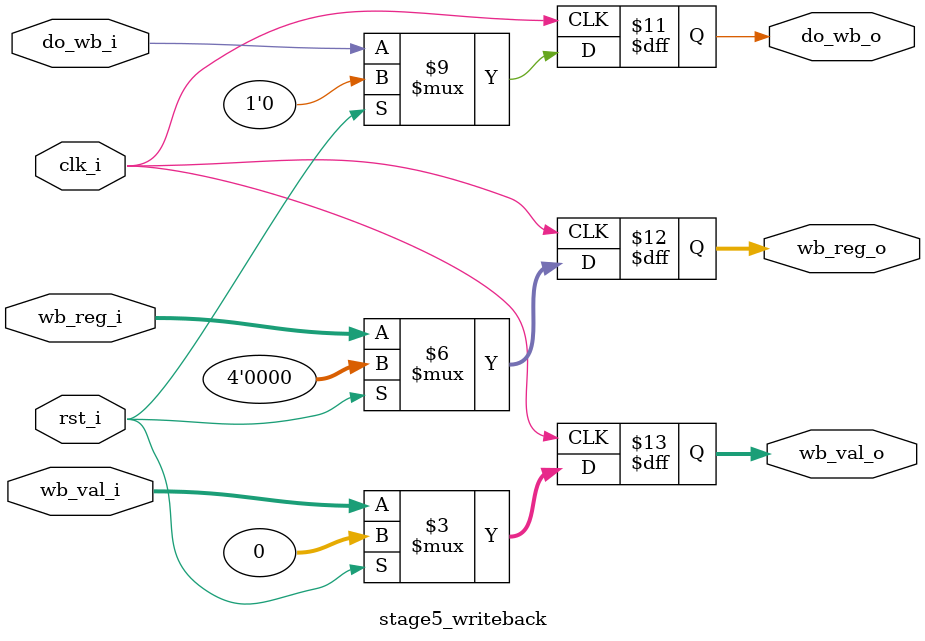
<source format=v>
/*
 * Copyright (c) 2013 Travis Geiselbrecht
 *
 * Permission is hereby granted, free of charge, to any person obtaining
 * a copy of this software and associated documentation files
 * (the "Software"), to deal in the Software without restriction,
 * including without limitation the rights to use, copy, modify, merge,
 * publish, distribute, sublicense, and/or sell copies of the Software,
 * and to permit persons to whom the Software is furnished to do so,
 * subject to the following conditions:
 *
 * The above copyright notice and this permission notice shall be
 * included in all copies or substantial portions of the Software.
 *
 * THE SOFTWARE IS PROVIDED "AS IS", WITHOUT WARRANTY OF ANY KIND,
 * EXPRESS OR IMPLIED, INCLUDING BUT NOT LIMITED TO THE WARRANTIES OF
 * MERCHANTABILITY, FITNESS FOR A PARTICULAR PURPOSE AND NONINFRINGEMENT.
 * IN NO EVENT SHALL THE AUTHORS OR COPYRIGHT HOLDERS BE LIABLE FOR ANY
 * CLAIM, DAMAGES OR OTHER LIABILITY, WHETHER IN AN ACTION OF CONTRACT,
 * TORT OR OTHERWISE, ARISING FROM, OUT OF OR IN CONNECTION WITH THE
 * SOFTWARE OR THE USE OR OTHER DEALINGS IN THE SOFTWARE.
 */
`include "defines.v"

module  stage5_writeback(
    /* cpu global */
    input clk_i,
    input rst_i,

    /* from stage 4 */
    input do_wb_i,
    input [3:0] wb_reg_i,
    input [31:0] wb_val_i,

    /* back to stage2, writeback to register file */
    output reg do_wb_o,
    output reg [3:0] wb_reg_o,
    output reg [31:0] wb_val_o
);

always @(posedge clk_i)
begin
    if (rst_i) begin
        do_wb_o <= 0;
        wb_reg_o <= 0;
        wb_val_o <= 0;
    end else begin
        do_wb_o <= do_wb_i;
        wb_reg_o <= wb_reg_i;
        wb_val_o <= wb_val_i;
    end
end

endmodule // stage5_writeback

</source>
